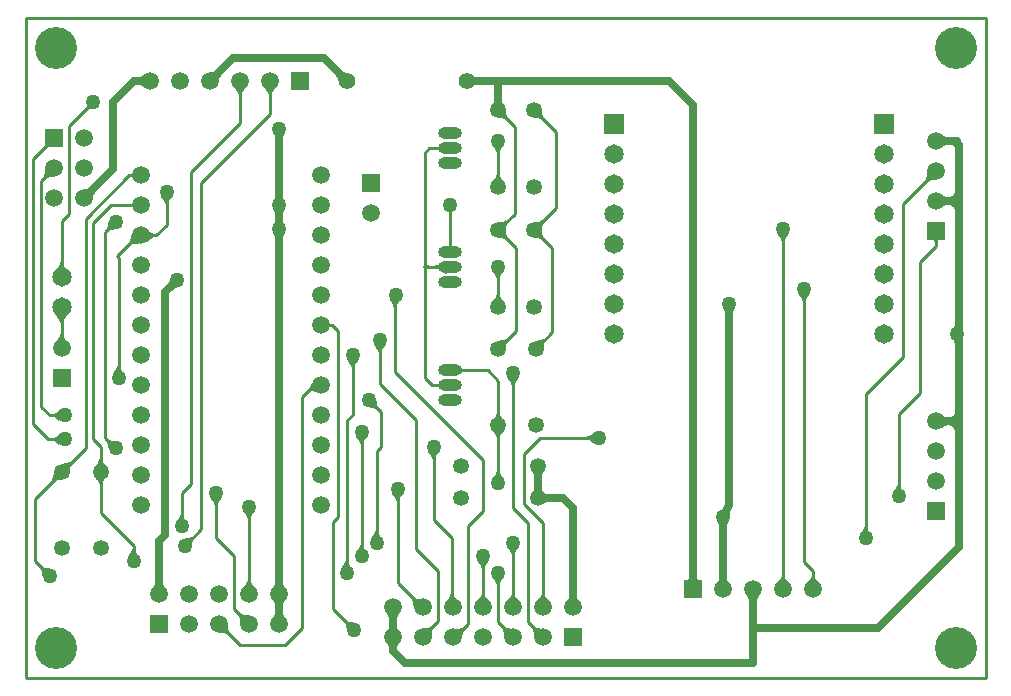
<source format=gbl>
G04 Layer_Physical_Order=2*
G04 Layer_Color=16711680*
%FSLAX25Y25*%
%MOIN*%
G70*
G01*
G75*
%ADD10C,0.01000*%
%ADD11C,0.02500*%
%ADD12R,0.05906X0.05906*%
%ADD13C,0.05906*%
%ADD14O,0.07874X0.03937*%
%ADD15O,0.07874X0.03937*%
%ADD16C,0.05906*%
%ADD17R,0.05906X0.05906*%
%ADD18C,0.06500*%
%ADD19R,0.06500X0.06500*%
%ADD20C,0.14000*%
%ADD21C,0.05315*%
%ADD22C,0.05512*%
%ADD23C,0.06496*%
%ADD24C,0.05000*%
G36*
X335257Y156219D02*
X335141Y155976D01*
X334961Y155526D01*
X334896Y155318D01*
X334848Y155122D01*
X334817Y154937D01*
X334803Y154764D01*
X334806Y154602D01*
X334827Y154452D01*
X334864Y154314D01*
X331733Y155879D01*
X331866Y155933D01*
X331998Y156007D01*
X332129Y156101D01*
X332259Y156216D01*
X332388Y156351D01*
X332517Y156507D01*
X332644Y156684D01*
X332771Y156881D01*
X333021Y157337D01*
X335257Y156219D01*
D02*
G37*
G36*
X176013Y154973D02*
X175612Y154505D01*
X175450Y154280D01*
X175312Y154061D01*
X175200Y153847D01*
X175112Y153640D01*
X175050Y153437D01*
X175013Y153241D01*
X175000Y153050D01*
X174000D01*
X173987Y153241D01*
X173950Y153437D01*
X173888Y153640D01*
X173800Y153847D01*
X173688Y154061D01*
X173550Y154280D01*
X173388Y154505D01*
X173200Y154736D01*
X172750Y155215D01*
X176250D01*
X176013Y154973D01*
D02*
G37*
G36*
X152513Y154259D02*
X152550Y154062D01*
X152612Y153860D01*
X152700Y153653D01*
X152813Y153439D01*
X152950Y153220D01*
X153112Y152995D01*
X153300Y152764D01*
X153750Y152285D01*
X150250D01*
X150487Y152527D01*
X150888Y152995D01*
X151050Y153220D01*
X151188Y153439D01*
X151300Y153653D01*
X151388Y153860D01*
X151450Y154062D01*
X151488Y154259D01*
X151500Y154449D01*
X152500D01*
X152513Y154259D01*
D02*
G37*
G36*
X165013Y159473D02*
X164612Y159005D01*
X164450Y158780D01*
X164313Y158561D01*
X164200Y158347D01*
X164112Y158140D01*
X164050Y157938D01*
X164013Y157741D01*
X164000Y157551D01*
X163000D01*
X162987Y157741D01*
X162950Y157938D01*
X162888Y158140D01*
X162800Y158347D01*
X162688Y158561D01*
X162550Y158780D01*
X162388Y159005D01*
X162200Y159236D01*
X161750Y159715D01*
X165250D01*
X165013Y159473D01*
D02*
G37*
G36*
X272051Y163659D02*
X272100Y163149D01*
X272143Y162920D01*
X272198Y162707D01*
X272265Y162512D01*
X272344Y162333D01*
X272436Y162171D01*
X272540Y162026D01*
X272656Y161898D01*
X268935D01*
X269051Y162026D01*
X269155Y162171D01*
X269246Y162333D01*
X269326Y162512D01*
X269393Y162707D01*
X269448Y162920D01*
X269490Y163149D01*
X269521Y163396D01*
X269539Y163659D01*
X269545Y163940D01*
X272045D01*
X272051Y163659D01*
D02*
G37*
G36*
X225513Y160972D02*
X225113Y160505D01*
X224950Y160280D01*
X224813Y160061D01*
X224700Y159847D01*
X224612Y159640D01*
X224550Y159438D01*
X224513Y159241D01*
X224500Y159051D01*
X223500D01*
X223487Y159241D01*
X223450Y159438D01*
X223388Y159640D01*
X223300Y159847D01*
X223187Y160061D01*
X223050Y160280D01*
X222887Y160505D01*
X222700Y160736D01*
X222250Y161215D01*
X225750D01*
X225513Y160972D01*
D02*
G37*
G36*
X272821Y161744D02*
X272966Y161641D01*
X273128Y161549D01*
X273307Y161470D01*
X273503Y161403D01*
X273715Y161348D01*
X273945Y161305D01*
X274191Y161274D01*
X274455Y161256D01*
X274735Y161250D01*
Y158750D01*
X274455Y158744D01*
X273945Y158695D01*
X273715Y158652D01*
X273503Y158597D01*
X273307Y158530D01*
X273128Y158451D01*
X272966Y158359D01*
X272821Y158256D01*
X272693Y158140D01*
Y161860D01*
X272821Y161744D01*
D02*
G37*
G36*
X212512Y144259D02*
X212550Y144062D01*
X212613Y143860D01*
X212700Y143653D01*
X212812Y143439D01*
X212950Y143220D01*
X213112Y142995D01*
X213300Y142764D01*
X213750Y142285D01*
X210250D01*
X210488Y142527D01*
X210888Y142995D01*
X211050Y143220D01*
X211188Y143439D01*
X211300Y143653D01*
X211387Y143860D01*
X211450Y144062D01*
X211488Y144259D01*
X211500Y144449D01*
X212500D01*
X212512Y144259D01*
D02*
G37*
G36*
X264013Y142973D02*
X263613Y142505D01*
X263450Y142280D01*
X263313Y142061D01*
X263200Y141847D01*
X263112Y141640D01*
X263050Y141437D01*
X263013Y141241D01*
X263000Y141051D01*
X262000D01*
X261987Y141241D01*
X261950Y141437D01*
X261888Y141640D01*
X261800Y141847D01*
X261687Y142061D01*
X261550Y142280D01*
X261387Y142505D01*
X261200Y142736D01*
X260750Y143215D01*
X264250D01*
X264013Y142973D01*
D02*
G37*
G36*
X136512Y142759D02*
X136550Y142562D01*
X136612Y142360D01*
X136700Y142153D01*
X136812Y141939D01*
X136950Y141720D01*
X137112Y141495D01*
X137300Y141264D01*
X137750Y140785D01*
X134250D01*
X134487Y141027D01*
X134888Y141495D01*
X135050Y141720D01*
X135187Y141939D01*
X135300Y142153D01*
X135388Y142360D01*
X135450Y142562D01*
X135487Y142759D01*
X135500Y142949D01*
X136500D01*
X136512Y142759D01*
D02*
G37*
G36*
X156146Y146439D02*
X156020Y146295D01*
X155908Y146130D01*
X155809Y145943D01*
X155724Y145734D01*
X155653Y145504D01*
X155595Y145251D01*
X155551Y144977D01*
X155520Y144682D01*
X155500Y144025D01*
X153025Y146500D01*
X153364Y146503D01*
X153977Y146551D01*
X154251Y146595D01*
X154504Y146653D01*
X154734Y146724D01*
X154943Y146809D01*
X155130Y146908D01*
X155296Y147020D01*
X155439Y147146D01*
X156146Y146439D01*
D02*
G37*
G36*
X334155Y151608D02*
X334070Y151483D01*
X333995Y151340D01*
X333930Y151179D01*
X333875Y151000D01*
X333830Y150803D01*
X333795Y150588D01*
X333770Y150355D01*
X333750Y149835D01*
X331250D01*
X331245Y150104D01*
X331205Y150588D01*
X331170Y150803D01*
X331125Y151000D01*
X331070Y151179D01*
X331005Y151340D01*
X330930Y151483D01*
X330845Y151608D01*
X330750Y151715D01*
X334250D01*
X334155Y151608D01*
D02*
G37*
G36*
X380512Y150259D02*
X380550Y150063D01*
X380612Y149860D01*
X380700Y149653D01*
X380813Y149439D01*
X380950Y149220D01*
X381113Y148995D01*
X381300Y148764D01*
X381750Y148285D01*
X378250D01*
X378487Y148528D01*
X378888Y148995D01*
X379050Y149220D01*
X379187Y149439D01*
X379300Y149653D01*
X379387Y149860D01*
X379450Y150063D01*
X379487Y150259D01*
X379500Y150450D01*
X380500D01*
X380512Y150259D01*
D02*
G37*
G36*
X217512Y148759D02*
X217550Y148563D01*
X217613Y148360D01*
X217700Y148153D01*
X217812Y147939D01*
X217950Y147720D01*
X218112Y147495D01*
X218300Y147264D01*
X218750Y146785D01*
X215250D01*
X215488Y147028D01*
X215887Y147495D01*
X216050Y147720D01*
X216188Y147939D01*
X216300Y148153D01*
X216388Y148360D01*
X216450Y148563D01*
X216488Y148759D01*
X216500Y148950D01*
X217500D01*
X217512Y148759D01*
D02*
G37*
G36*
X391512Y164259D02*
X391550Y164062D01*
X391613Y163860D01*
X391700Y163653D01*
X391812Y163439D01*
X391950Y163220D01*
X392112Y162995D01*
X392300Y162764D01*
X392750Y162285D01*
X389250D01*
X389488Y162528D01*
X389887Y162995D01*
X390050Y163220D01*
X390188Y163439D01*
X390300Y163653D01*
X390388Y163860D01*
X390450Y164062D01*
X390488Y164259D01*
X390500Y164450D01*
X391500D01*
X391512Y164259D01*
D02*
G37*
G36*
X213512Y179973D02*
X213112Y179505D01*
X212950Y179280D01*
X212812Y179061D01*
X212700Y178847D01*
X212613Y178640D01*
X212550Y178437D01*
X212512Y178241D01*
X212500Y178050D01*
X211500D01*
X211488Y178241D01*
X211450Y178437D01*
X211387Y178640D01*
X211300Y178847D01*
X211188Y179061D01*
X211050Y179280D01*
X210888Y179505D01*
X210700Y179736D01*
X210250Y180215D01*
X213750D01*
X213512Y179973D01*
D02*
G37*
G36*
X111215Y177750D02*
X110972Y177988D01*
X110505Y178387D01*
X110280Y178550D01*
X110061Y178688D01*
X109847Y178800D01*
X109640Y178887D01*
X109438Y178950D01*
X109241Y178988D01*
X109051Y179000D01*
Y180000D01*
X109241Y180013D01*
X109438Y180050D01*
X109640Y180113D01*
X109847Y180200D01*
X110061Y180313D01*
X110280Y180450D01*
X110505Y180613D01*
X110736Y180800D01*
X111215Y181250D01*
Y177750D01*
D02*
G37*
G36*
X127705Y179520D02*
X127870Y179408D01*
X128057Y179309D01*
X128266Y179224D01*
X128496Y179153D01*
X128749Y179095D01*
X129023Y179051D01*
X129318Y179020D01*
X129975Y179000D01*
X127500Y176525D01*
X127497Y176864D01*
X127449Y177477D01*
X127405Y177751D01*
X127347Y178004D01*
X127276Y178234D01*
X127191Y178443D01*
X127092Y178630D01*
X126980Y178796D01*
X126854Y178939D01*
X127561Y179646D01*
X127705Y179520D01*
D02*
G37*
G36*
X289215Y178250D02*
X288972Y178488D01*
X288505Y178887D01*
X288280Y179050D01*
X288061Y179188D01*
X287847Y179300D01*
X287640Y179387D01*
X287438Y179450D01*
X287241Y179488D01*
X287051Y179500D01*
Y180500D01*
X287241Y180512D01*
X287438Y180550D01*
X287640Y180613D01*
X287847Y180700D01*
X288061Y180813D01*
X288280Y180950D01*
X288505Y181113D01*
X288736Y181300D01*
X289215Y181750D01*
Y178250D01*
D02*
G37*
G36*
X258014Y188211D02*
X258054Y188005D01*
X258122Y187793D01*
X258218Y187573D01*
X258340Y187346D01*
X258490Y187112D01*
X258666Y186870D01*
X258871Y186621D01*
X259360Y186102D01*
X255640D01*
X255898Y186366D01*
X256333Y186870D01*
X256510Y187112D01*
X256660Y187346D01*
X256782Y187573D01*
X256878Y187793D01*
X256946Y188005D01*
X256986Y188211D01*
X257000Y188409D01*
X258000D01*
X258014Y188211D01*
D02*
G37*
G36*
X111215Y185750D02*
X110972Y185987D01*
X110505Y186388D01*
X110280Y186550D01*
X110061Y186688D01*
X109847Y186800D01*
X109640Y186888D01*
X109438Y186950D01*
X109241Y186987D01*
X109051Y187000D01*
Y188000D01*
X109241Y188013D01*
X109438Y188050D01*
X109640Y188112D01*
X109847Y188200D01*
X110061Y188312D01*
X110280Y188450D01*
X110505Y188612D01*
X110736Y188800D01*
X111215Y189250D01*
Y185750D01*
D02*
G37*
G36*
X259102Y182044D02*
X258666Y181539D01*
X258490Y181298D01*
X258340Y181064D01*
X258218Y180836D01*
X258122Y180617D01*
X258054Y180404D01*
X258014Y180199D01*
X258000Y180000D01*
X257000D01*
X256986Y180199D01*
X256946Y180404D01*
X256878Y180617D01*
X256782Y180836D01*
X256660Y181064D01*
X256510Y181298D01*
X256333Y181539D01*
X256129Y181788D01*
X255640Y182307D01*
X259360D01*
X259102Y182044D01*
D02*
G37*
G36*
X272540Y168474D02*
X272436Y168329D01*
X272344Y168167D01*
X272265Y167988D01*
X272198Y167793D01*
X272143Y167580D01*
X272100Y167350D01*
X272070Y167104D01*
X272051Y166841D01*
X272045Y166560D01*
X269545D01*
X269539Y166841D01*
X269490Y167350D01*
X269448Y167580D01*
X269393Y167793D01*
X269326Y167988D01*
X269246Y168167D01*
X269155Y168329D01*
X269051Y168474D01*
X268935Y168602D01*
X272656D01*
X272540Y168474D01*
D02*
G37*
G36*
X111973Y166138D02*
X111605Y166135D01*
X110940Y166086D01*
X110644Y166040D01*
X110373Y165980D01*
X110126Y165906D01*
X109903Y165818D01*
X109704Y165716D01*
X109530Y165599D01*
X109380Y165469D01*
X108673Y166176D01*
X108804Y166326D01*
X108920Y166500D01*
X109023Y166698D01*
X109111Y166921D01*
X109185Y167168D01*
X109245Y167440D01*
X109290Y167735D01*
X109322Y168055D01*
X109343Y168769D01*
X111973Y166138D01*
D02*
G37*
G36*
X126602Y166634D02*
X126166Y166130D01*
X125990Y165888D01*
X125840Y165654D01*
X125718Y165427D01*
X125622Y165207D01*
X125554Y164995D01*
X125514Y164789D01*
X125500Y164591D01*
X124500D01*
X124486Y164789D01*
X124446Y164995D01*
X124378Y165207D01*
X124282Y165427D01*
X124160Y165654D01*
X124010Y165888D01*
X123834Y166130D01*
X123629Y166378D01*
X123140Y166897D01*
X126860D01*
X126602Y166634D01*
D02*
G37*
G36*
X258013Y168759D02*
X258050Y168562D01*
X258113Y168360D01*
X258200Y168153D01*
X258313Y167939D01*
X258450Y167720D01*
X258612Y167495D01*
X258800Y167264D01*
X259250Y166785D01*
X255750D01*
X255988Y167027D01*
X256387Y167495D01*
X256550Y167720D01*
X256687Y167939D01*
X256800Y168153D01*
X256888Y168360D01*
X256950Y168562D01*
X256988Y168759D01*
X257000Y168949D01*
X258000D01*
X258013Y168759D01*
D02*
G37*
G36*
X237512Y174972D02*
X237112Y174505D01*
X236950Y174280D01*
X236812Y174061D01*
X236700Y173847D01*
X236613Y173640D01*
X236550Y173438D01*
X236512Y173241D01*
X236500Y173050D01*
X235500D01*
X235488Y173241D01*
X235450Y173438D01*
X235387Y173640D01*
X235300Y173847D01*
X235188Y174061D01*
X235050Y174280D01*
X234888Y174505D01*
X234700Y174736D01*
X234250Y175215D01*
X237750D01*
X237512Y174972D01*
D02*
G37*
G36*
X125514Y172801D02*
X125554Y172596D01*
X125622Y172383D01*
X125718Y172163D01*
X125840Y171936D01*
X125990Y171702D01*
X126166Y171461D01*
X126371Y171212D01*
X126860Y170693D01*
X123140D01*
X123398Y170956D01*
X123834Y171461D01*
X124010Y171702D01*
X124160Y171936D01*
X124282Y172163D01*
X124378Y172383D01*
X124446Y172596D01*
X124486Y172801D01*
X124500Y173000D01*
X125500D01*
X125514Y172801D01*
D02*
G37*
G36*
X115327Y171415D02*
X115196Y171265D01*
X115080Y171091D01*
X114977Y170892D01*
X114889Y170669D01*
X114815Y170422D01*
X114755Y170151D01*
X114710Y169855D01*
X114678Y169535D01*
X114657Y168822D01*
X112027Y171453D01*
X112395Y171456D01*
X113060Y171505D01*
X113356Y171551D01*
X113627Y171610D01*
X113874Y171684D01*
X114097Y171773D01*
X114295Y171875D01*
X114470Y171991D01*
X114620Y172122D01*
X115327Y171415D01*
D02*
G37*
G36*
X207512Y138759D02*
X207550Y138563D01*
X207612Y138360D01*
X207700Y138153D01*
X207812Y137939D01*
X207950Y137720D01*
X208113Y137495D01*
X208300Y137264D01*
X208750Y136785D01*
X205250D01*
X205487Y137028D01*
X205888Y137495D01*
X206050Y137720D01*
X206188Y137939D01*
X206300Y138153D01*
X206387Y138360D01*
X206450Y138563D01*
X206487Y138759D01*
X206500Y138950D01*
X207500D01*
X207512Y138759D01*
D02*
G37*
G36*
X224412Y121224D02*
X224273Y121042D01*
X224150Y120845D01*
X224044Y120633D01*
X223954Y120406D01*
X223881Y120165D01*
X223823Y119909D01*
X223783Y119639D01*
X223758Y119353D01*
X223750Y119053D01*
X221250D01*
X221242Y119353D01*
X221217Y119639D01*
X221177Y119909D01*
X221119Y120165D01*
X221046Y120406D01*
X220956Y120633D01*
X220850Y120845D01*
X220727Y121042D01*
X220588Y121224D01*
X220433Y121391D01*
X224567D01*
X224412Y121224D01*
D02*
G37*
G36*
X171704Y121525D02*
X171895Y121401D01*
X172115Y121292D01*
X172363Y121198D01*
X172642Y121119D01*
X172949Y121056D01*
X173285Y121007D01*
X174046Y120956D01*
X174470Y120953D01*
X171547Y118029D01*
X171544Y118454D01*
X171493Y119214D01*
X171444Y119551D01*
X171380Y119858D01*
X171302Y120136D01*
X171208Y120386D01*
X171099Y120605D01*
X170975Y120796D01*
X170836Y120957D01*
X171543Y121664D01*
X171704Y121525D01*
D02*
G37*
G36*
X246355Y116148D02*
X246226Y115998D01*
X246105Y115816D01*
X245993Y115601D01*
X245888Y115353D01*
X245792Y115072D01*
X245704Y114759D01*
X245553Y114033D01*
X245490Y113621D01*
X245435Y113176D01*
X242883Y116428D01*
X243284Y116384D01*
X244008Y116360D01*
X244332Y116380D01*
X244630Y116421D01*
X244902Y116483D01*
X245148Y116566D01*
X245370Y116670D01*
X245565Y116795D01*
X245735Y116942D01*
X246355Y116148D01*
D02*
G37*
G36*
X185758Y122147D02*
X185783Y121861D01*
X185824Y121591D01*
X185881Y121335D01*
X185954Y121094D01*
X186044Y120867D01*
X186150Y120655D01*
X186273Y120458D01*
X186412Y120276D01*
X186567Y120109D01*
X182433D01*
X182588Y120276D01*
X182727Y120458D01*
X182850Y120655D01*
X182956Y120867D01*
X183046Y121094D01*
X183119Y121335D01*
X183177Y121591D01*
X183217Y121861D01*
X183242Y122147D01*
X183250Y122447D01*
X185750D01*
X185758Y122147D01*
D02*
G37*
G36*
X344412Y127224D02*
X344273Y127042D01*
X344150Y126845D01*
X344044Y126633D01*
X343954Y126406D01*
X343881Y126165D01*
X343824Y125909D01*
X343783Y125639D01*
X343758Y125353D01*
X343750Y125053D01*
X341250D01*
X341242Y125353D01*
X341217Y125639D01*
X341177Y125909D01*
X341119Y126165D01*
X341046Y126406D01*
X340956Y126633D01*
X340850Y126845D01*
X340727Y127042D01*
X340588Y127224D01*
X340433Y127391D01*
X344567D01*
X344412Y127224D01*
D02*
G37*
G36*
X186412Y125724D02*
X186273Y125542D01*
X186150Y125345D01*
X186044Y125133D01*
X185954Y124906D01*
X185881Y124665D01*
X185824Y124409D01*
X185783Y124139D01*
X185758Y123853D01*
X185750Y123553D01*
X183250D01*
X183242Y123853D01*
X183217Y124139D01*
X183177Y124409D01*
X183119Y124665D01*
X183046Y124906D01*
X182956Y125133D01*
X182850Y125345D01*
X182727Y125542D01*
X182588Y125724D01*
X182433Y125891D01*
X186567D01*
X186412Y125724D01*
D02*
G37*
G36*
X229435Y126795D02*
X229630Y126670D01*
X229852Y126566D01*
X230098Y126483D01*
X230370Y126421D01*
X230668Y126380D01*
X230992Y126360D01*
X231342Y126362D01*
X231716Y126384D01*
X232117Y126428D01*
X229565Y123176D01*
X229510Y123621D01*
X229296Y124759D01*
X229208Y125072D01*
X229112Y125353D01*
X229007Y125601D01*
X228895Y125816D01*
X228774Y125998D01*
X228645Y126148D01*
X229265Y126942D01*
X229435Y126795D01*
D02*
G37*
G36*
X269704Y117025D02*
X269895Y116901D01*
X270114Y116792D01*
X270363Y116698D01*
X270642Y116620D01*
X270949Y116556D01*
X271286Y116507D01*
X272046Y116456D01*
X272470Y116453D01*
X269547Y113530D01*
X269544Y113954D01*
X269493Y114715D01*
X269444Y115051D01*
X269380Y115358D01*
X269302Y115637D01*
X269208Y115885D01*
X269099Y116105D01*
X268975Y116296D01*
X268836Y116457D01*
X269543Y117164D01*
X269704Y117025D01*
D02*
G37*
G36*
X259704D02*
X259895Y116901D01*
X260115Y116792D01*
X260364Y116698D01*
X260642Y116620D01*
X260949Y116556D01*
X261285Y116507D01*
X262046Y116456D01*
X262471Y116453D01*
X259547Y113530D01*
X259544Y113954D01*
X259493Y114715D01*
X259444Y115051D01*
X259381Y115358D01*
X259302Y115637D01*
X259208Y115885D01*
X259099Y116105D01*
X258975Y116296D01*
X258836Y116457D01*
X259543Y117164D01*
X259704Y117025D01*
D02*
G37*
G36*
X224200Y111065D02*
X224105Y110942D01*
X224022Y110793D01*
X223950Y110620D01*
X223889Y110421D01*
X223839Y110198D01*
X223800Y109949D01*
X223772Y109676D01*
X223750Y109053D01*
X221250D01*
X221245Y109377D01*
X221200Y109949D01*
X221161Y110198D01*
X221111Y110421D01*
X221050Y110620D01*
X220978Y110793D01*
X220895Y110942D01*
X220800Y111065D01*
X220695Y111163D01*
X224305D01*
X224200Y111065D01*
D02*
G37*
G36*
X235942Y116735D02*
X235795Y116565D01*
X235670Y116369D01*
X235566Y116148D01*
X235483Y115902D01*
X235421Y115629D01*
X235380Y115331D01*
X235361Y115008D01*
X235362Y114658D01*
X235384Y114284D01*
X235428Y113883D01*
X232176Y116435D01*
X232621Y116490D01*
X233759Y116704D01*
X234072Y116792D01*
X234353Y116888D01*
X234601Y116993D01*
X234816Y117105D01*
X234998Y117226D01*
X235148Y117355D01*
X235942Y116735D01*
D02*
G37*
G36*
X207205Y119020D02*
X207370Y118908D01*
X207557Y118809D01*
X207766Y118724D01*
X207996Y118653D01*
X208249Y118595D01*
X208523Y118551D01*
X208818Y118520D01*
X209475Y118500D01*
X207000Y116025D01*
X206997Y116364D01*
X206949Y116977D01*
X206905Y117251D01*
X206847Y117504D01*
X206776Y117734D01*
X206691Y117943D01*
X206592Y118130D01*
X206480Y118296D01*
X206354Y118439D01*
X207061Y119146D01*
X207205Y119020D01*
D02*
G37*
G36*
X223758Y117647D02*
X223783Y117361D01*
X223823Y117091D01*
X223881Y116835D01*
X223954Y116594D01*
X224044Y116367D01*
X224150Y116155D01*
X224273Y115958D01*
X224412Y115776D01*
X224567Y115609D01*
X220433D01*
X220588Y115776D01*
X220727Y115958D01*
X220850Y116155D01*
X220956Y116367D01*
X221046Y116594D01*
X221119Y116835D01*
X221177Y117091D01*
X221217Y117361D01*
X221242Y117647D01*
X221250Y117947D01*
X223750D01*
X223758Y117647D01*
D02*
G37*
G36*
X167456Y117546D02*
X167507Y116786D01*
X167556Y116449D01*
X167620Y116142D01*
X167698Y115864D01*
X167792Y115614D01*
X167901Y115395D01*
X168025Y115204D01*
X168164Y115043D01*
X167457Y114336D01*
X167296Y114475D01*
X167105Y114599D01*
X166885Y114708D01*
X166637Y114802D01*
X166358Y114881D01*
X166051Y114944D01*
X165715Y114993D01*
X164954Y115044D01*
X164530Y115047D01*
X167453Y117971D01*
X167456Y117546D01*
D02*
G37*
G36*
X242517Y127997D02*
X242567Y127770D01*
X242651Y127541D01*
X242769Y127313D01*
X242920Y127083D01*
X243105Y126854D01*
X243323Y126623D01*
X243575Y126392D01*
X243861Y126160D01*
X244180Y125928D01*
X240106Y125228D01*
X240371Y125604D01*
X240998Y126607D01*
X241151Y126899D01*
X241374Y127422D01*
X241444Y127652D01*
X241486Y127861D01*
X241500Y128050D01*
X242500Y128224D01*
X242517Y127997D01*
D02*
G37*
G36*
X353016Y133969D02*
X353063Y133747D01*
X353141Y133515D01*
X353251Y133272D01*
X353392Y133020D01*
X353564Y132758D01*
X353768Y132485D01*
X354269Y131911D01*
X354567Y131609D01*
X350433D01*
X350731Y131911D01*
X351232Y132485D01*
X351436Y132758D01*
X351608Y133020D01*
X351749Y133272D01*
X351859Y133515D01*
X351937Y133747D01*
X351984Y133969D01*
X352000Y134182D01*
X353000D01*
X353016Y133969D01*
D02*
G37*
G36*
X333758Y133647D02*
X333783Y133361D01*
X333823Y133091D01*
X333881Y132835D01*
X333954Y132594D01*
X334044Y132367D01*
X334150Y132155D01*
X334273Y131958D01*
X334412Y131776D01*
X334567Y131609D01*
X330433D01*
X330588Y131776D01*
X330727Y131958D01*
X330850Y132155D01*
X330956Y132367D01*
X331046Y132594D01*
X331119Y132835D01*
X331176Y133091D01*
X331217Y133361D01*
X331242Y133647D01*
X331250Y133947D01*
X333750D01*
X333758Y133647D01*
D02*
G37*
G36*
X259013Y132973D02*
X258612Y132505D01*
X258450Y132280D01*
X258313Y132061D01*
X258200Y131847D01*
X258113Y131640D01*
X258050Y131438D01*
X258013Y131241D01*
X258000Y131051D01*
X257000D01*
X256988Y131241D01*
X256950Y131438D01*
X256888Y131640D01*
X256800Y131847D01*
X256687Y132061D01*
X256550Y132280D01*
X256387Y132505D01*
X256200Y132736D01*
X255750Y133215D01*
X259250D01*
X259013Y132973D01*
D02*
G37*
G36*
X363016Y133969D02*
X363063Y133747D01*
X363141Y133515D01*
X363251Y133272D01*
X363392Y133020D01*
X363564Y132758D01*
X363768Y132485D01*
X364269Y131911D01*
X364567Y131609D01*
X360433D01*
X360731Y131911D01*
X361232Y132485D01*
X361436Y132758D01*
X361608Y133020D01*
X361749Y133272D01*
X361859Y133515D01*
X361937Y133747D01*
X361984Y133969D01*
X362000Y134182D01*
X363000D01*
X363016Y133969D01*
D02*
G37*
G36*
X254012Y138472D02*
X253612Y138005D01*
X253450Y137780D01*
X253312Y137561D01*
X253200Y137347D01*
X253113Y137140D01*
X253050Y136937D01*
X253012Y136741D01*
X253000Y136550D01*
X252000D01*
X251988Y136741D01*
X251950Y136937D01*
X251887Y137140D01*
X251800Y137347D01*
X251688Y137561D01*
X251550Y137780D01*
X251388Y138005D01*
X251200Y138236D01*
X250750Y138715D01*
X254250D01*
X254012Y138472D01*
D02*
G37*
G36*
X105704Y137020D02*
X105870Y136908D01*
X106057Y136809D01*
X106266Y136724D01*
X106496Y136653D01*
X106749Y136595D01*
X107023Y136551D01*
X107318Y136520D01*
X107975Y136500D01*
X105500Y134025D01*
X105497Y134364D01*
X105449Y134977D01*
X105405Y135251D01*
X105347Y135504D01*
X105276Y135734D01*
X105191Y135943D01*
X105092Y136130D01*
X104980Y136295D01*
X104854Y136439D01*
X105561Y137146D01*
X105704Y137020D01*
D02*
G37*
G36*
X323762Y134464D02*
X323800Y134036D01*
X323863Y133660D01*
X323950Y133333D01*
X324062Y133057D01*
X324200Y132831D01*
X324362Y132655D01*
X324550Y132529D01*
X324763Y132454D01*
X325000Y132429D01*
X320000D01*
X320237Y132454D01*
X320450Y132529D01*
X320637Y132655D01*
X320800Y132831D01*
X320937Y133057D01*
X321050Y133333D01*
X321137Y133660D01*
X321200Y134036D01*
X321237Y134464D01*
X321250Y134941D01*
X323750D01*
X323762Y134464D01*
D02*
G37*
G36*
X273016Y127969D02*
X273063Y127747D01*
X273141Y127515D01*
X273251Y127272D01*
X273392Y127020D01*
X273564Y126758D01*
X273768Y126485D01*
X274269Y125911D01*
X274567Y125609D01*
X270433D01*
X270731Y125911D01*
X271232Y126485D01*
X271436Y126758D01*
X271608Y127020D01*
X271749Y127272D01*
X271859Y127515D01*
X271937Y127747D01*
X271984Y127969D01*
X272000Y128182D01*
X273000D01*
X273016Y127969D01*
D02*
G37*
G36*
X263016D02*
X263063Y127747D01*
X263141Y127515D01*
X263251Y127272D01*
X263392Y127020D01*
X263564Y126758D01*
X263768Y126485D01*
X264269Y125911D01*
X264567Y125609D01*
X260433D01*
X260731Y125911D01*
X261232Y126485D01*
X261436Y126758D01*
X261608Y127020D01*
X261749Y127272D01*
X261859Y127515D01*
X261937Y127747D01*
X261984Y127969D01*
X262000Y128182D01*
X263000D01*
X263016Y127969D01*
D02*
G37*
G36*
X253016D02*
X253063Y127747D01*
X253141Y127515D01*
X253251Y127272D01*
X253392Y127020D01*
X253564Y126758D01*
X253768Y126485D01*
X254269Y125911D01*
X254567Y125609D01*
X250433D01*
X250731Y125911D01*
X251232Y126485D01*
X251436Y126758D01*
X251608Y127020D01*
X251749Y127272D01*
X251859Y127515D01*
X251937Y127747D01*
X251984Y127969D01*
X252000Y128182D01*
X253000D01*
X253016Y127969D01*
D02*
G37*
G36*
X283758Y127647D02*
X283783Y127361D01*
X283823Y127091D01*
X283881Y126835D01*
X283954Y126594D01*
X284044Y126367D01*
X284150Y126155D01*
X284273Y125958D01*
X284412Y125776D01*
X284567Y125609D01*
X280433D01*
X280588Y125776D01*
X280727Y125958D01*
X280850Y126155D01*
X280956Y126367D01*
X281046Y126594D01*
X281119Y126835D01*
X281176Y127091D01*
X281217Y127361D01*
X281242Y127647D01*
X281250Y127947D01*
X283750D01*
X283758Y127647D01*
D02*
G37*
G36*
X185758Y132147D02*
X185783Y131861D01*
X185824Y131591D01*
X185881Y131335D01*
X185954Y131094D01*
X186044Y130867D01*
X186150Y130655D01*
X186273Y130458D01*
X186412Y130276D01*
X186567Y130109D01*
X182433D01*
X182588Y130276D01*
X182727Y130458D01*
X182850Y130655D01*
X182956Y130867D01*
X183046Y131094D01*
X183119Y131335D01*
X183177Y131591D01*
X183217Y131861D01*
X183242Y132147D01*
X183250Y132447D01*
X185750D01*
X185758Y132147D01*
D02*
G37*
G36*
X175016Y132469D02*
X175063Y132247D01*
X175141Y132015D01*
X175251Y131772D01*
X175392Y131520D01*
X175564Y131258D01*
X175768Y130985D01*
X176269Y130411D01*
X176567Y130109D01*
X172433D01*
X172731Y130411D01*
X173232Y130985D01*
X173436Y131258D01*
X173608Y131520D01*
X173749Y131772D01*
X173859Y132015D01*
X173937Y132247D01*
X173984Y132469D01*
X174000Y132682D01*
X175000D01*
X175016Y132469D01*
D02*
G37*
G36*
X145758Y132147D02*
X145783Y131861D01*
X145824Y131591D01*
X145881Y131335D01*
X145954Y131094D01*
X146044Y130867D01*
X146150Y130655D01*
X146273Y130458D01*
X146412Y130276D01*
X146567Y130109D01*
X142433D01*
X142588Y130276D01*
X142727Y130458D01*
X142850Y130655D01*
X142956Y130867D01*
X143046Y131094D01*
X143119Y131335D01*
X143176Y131591D01*
X143217Y131861D01*
X143242Y132147D01*
X143250Y132447D01*
X145750D01*
X145758Y132147D01*
D02*
G37*
G36*
X123528Y262261D02*
X123322Y262042D01*
X123137Y261823D01*
X122975Y261603D01*
X122834Y261382D01*
X122716Y261159D01*
X122619Y260935D01*
X122545Y260711D01*
X122492Y260485D01*
X122461Y260258D01*
X122453Y260030D01*
X119529Y262953D01*
X119758Y262961D01*
X119985Y262992D01*
X120211Y263045D01*
X120436Y263119D01*
X120659Y263216D01*
X120882Y263334D01*
X121103Y263475D01*
X121323Y263637D01*
X121543Y263822D01*
X121760Y264028D01*
X123528Y262261D01*
D02*
G37*
G36*
X185755Y260896D02*
X185795Y260412D01*
X185830Y260197D01*
X185875Y260000D01*
X185930Y259821D01*
X185995Y259660D01*
X186070Y259517D01*
X186155Y259392D01*
X186250Y259285D01*
X182750D01*
X182845Y259392D01*
X182930Y259517D01*
X183005Y259660D01*
X183070Y259821D01*
X183125Y260000D01*
X183170Y260197D01*
X183205Y260412D01*
X183230Y260645D01*
X183250Y261165D01*
X185750D01*
X185755Y260896D01*
D02*
G37*
G36*
X148512Y259973D02*
X148112Y259505D01*
X147950Y259280D01*
X147812Y259061D01*
X147700Y258847D01*
X147613Y258640D01*
X147550Y258437D01*
X147512Y258241D01*
X147500Y258050D01*
X146500D01*
X146487Y258241D01*
X146450Y258437D01*
X146388Y258640D01*
X146300Y258847D01*
X146187Y259061D01*
X146050Y259280D01*
X145887Y259505D01*
X145700Y259736D01*
X145250Y260215D01*
X148750D01*
X148512Y259973D01*
D02*
G37*
G36*
X412250Y259000D02*
X409750Y255250D01*
X409725Y255725D01*
X409650Y256150D01*
X409525Y256525D01*
X409350Y256850D01*
X409125Y257125D01*
X408850Y257350D01*
X408525Y257525D01*
X408150Y257650D01*
X407725Y257725D01*
X407555Y257734D01*
X407361Y257717D01*
X407091Y257677D01*
X406835Y257619D01*
X406594Y257546D01*
X406367Y257456D01*
X406155Y257350D01*
X405958Y257227D01*
X405776Y257088D01*
X405609Y256933D01*
Y261067D01*
X405776Y260912D01*
X405958Y260773D01*
X406155Y260650D01*
X406367Y260544D01*
X406594Y260454D01*
X406835Y260381D01*
X407091Y260324D01*
X407361Y260283D01*
X407555Y260266D01*
X407725Y260275D01*
X408150Y260350D01*
X408525Y260475D01*
X408850Y260650D01*
X409125Y260875D01*
X409350Y261150D01*
X409525Y261475D01*
X409650Y261850D01*
X409725Y262275D01*
X409750Y262750D01*
X412250Y259000D01*
D02*
G37*
G36*
X135812Y266278D02*
X135740Y266415D01*
X135654Y266538D01*
X135556Y266646D01*
X135444Y266740D01*
X135320Y266820D01*
X135182Y266884D01*
X135031Y266935D01*
X134867Y266971D01*
X134690Y266993D01*
X134500Y267000D01*
Y268000D01*
X134690Y268007D01*
X134867Y268029D01*
X135031Y268065D01*
X135182Y268115D01*
X135320Y268180D01*
X135444Y268260D01*
X135556Y268354D01*
X135654Y268462D01*
X135740Y268585D01*
X135812Y268722D01*
Y266278D01*
D02*
G37*
G36*
X258014Y267711D02*
X258054Y267506D01*
X258122Y267293D01*
X258218Y267073D01*
X258340Y266846D01*
X258490Y266612D01*
X258666Y266370D01*
X258871Y266122D01*
X259360Y265602D01*
X255640D01*
X255898Y265866D01*
X256333Y266370D01*
X256510Y266612D01*
X256660Y266846D01*
X256782Y267073D01*
X256878Y267293D01*
X256946Y267506D01*
X256986Y267711D01*
X257000Y267909D01*
X258000D01*
X258014Y267711D01*
D02*
G37*
G36*
X403471Y266047D02*
X403046Y266044D01*
X402285Y265993D01*
X401949Y265944D01*
X401642Y265880D01*
X401364Y265802D01*
X401115Y265708D01*
X400895Y265599D01*
X400704Y265475D01*
X400543Y265336D01*
X399836Y266043D01*
X399975Y266204D01*
X400099Y266395D01*
X400208Y266615D01*
X400302Y266863D01*
X400381Y267142D01*
X400444Y267449D01*
X400493Y267786D01*
X400544Y268546D01*
X400547Y268970D01*
X403471Y266047D01*
D02*
G37*
G36*
X129975Y249500D02*
X129636Y249497D01*
X129023Y249449D01*
X128749Y249405D01*
X128496Y249347D01*
X128266Y249276D01*
X128057Y249191D01*
X127870Y249092D01*
X127705Y248980D01*
X127561Y248854D01*
X126854Y249561D01*
X126980Y249705D01*
X127092Y249870D01*
X127191Y250057D01*
X127276Y250266D01*
X127347Y250496D01*
X127405Y250749D01*
X127449Y251023D01*
X127480Y251318D01*
X127500Y251975D01*
X129975Y249500D01*
D02*
G37*
G36*
X272161Y248900D02*
X272210Y248235D01*
X272255Y247940D01*
X272315Y247668D01*
X272389Y247421D01*
X272477Y247198D01*
X272580Y247000D01*
X272696Y246826D01*
X272827Y246676D01*
X272119Y245969D01*
X271970Y246099D01*
X271796Y246216D01*
X271597Y246318D01*
X271374Y246406D01*
X271127Y246480D01*
X270856Y246540D01*
X270560Y246586D01*
X270240Y246617D01*
X269527Y246638D01*
X272157Y249269D01*
X272161Y248900D01*
D02*
G37*
G36*
X260161Y248900D02*
X260210Y248235D01*
X260255Y247940D01*
X260315Y247668D01*
X260389Y247421D01*
X260477Y247198D01*
X260580Y247000D01*
X260696Y246826D01*
X260827Y246676D01*
X260120Y245969D01*
X259970Y246099D01*
X259795Y246216D01*
X259597Y246318D01*
X259374Y246406D01*
X259127Y246480D01*
X258856Y246540D01*
X258560Y246586D01*
X258240Y246617D01*
X257527Y246638D01*
X260157Y249269D01*
X260161Y248900D01*
D02*
G37*
G36*
X260827Y251915D02*
X260696Y251765D01*
X260580Y251591D01*
X260477Y251392D01*
X260389Y251169D01*
X260315Y250922D01*
X260255Y250651D01*
X260210Y250355D01*
X260178Y250035D01*
X260157Y249322D01*
X257527Y251953D01*
X257895Y251956D01*
X258560Y252005D01*
X258856Y252051D01*
X259127Y252110D01*
X259374Y252184D01*
X259597Y252273D01*
X259795Y252375D01*
X259970Y252491D01*
X260120Y252622D01*
X260827Y251915D01*
D02*
G37*
G36*
X186155Y255608D02*
X186070Y255483D01*
X185995Y255340D01*
X185930Y255179D01*
X185875Y255000D01*
X185830Y254803D01*
X185795Y254588D01*
X185770Y254355D01*
X185750Y253835D01*
X183250D01*
X183245Y254104D01*
X183205Y254588D01*
X183170Y254803D01*
X183125Y255000D01*
X183070Y255179D01*
X183005Y255340D01*
X182930Y255483D01*
X182845Y255608D01*
X182750Y255715D01*
X186250D01*
X186155Y255608D01*
D02*
G37*
G36*
X185755Y252896D02*
X185795Y252412D01*
X185830Y252197D01*
X185875Y252000D01*
X185930Y251821D01*
X185995Y251660D01*
X186070Y251517D01*
X186155Y251392D01*
X186250Y251285D01*
X182750D01*
X182845Y251392D01*
X182930Y251517D01*
X183005Y251660D01*
X183070Y251821D01*
X183125Y252000D01*
X183170Y252197D01*
X183205Y252412D01*
X183230Y252645D01*
X183250Y253165D01*
X185750D01*
X185755Y252896D01*
D02*
G37*
G36*
X272827Y251915D02*
X272696Y251765D01*
X272580Y251591D01*
X272477Y251392D01*
X272389Y251169D01*
X272315Y250922D01*
X272255Y250651D01*
X272210Y250355D01*
X272178Y250035D01*
X272157Y249322D01*
X269527Y251953D01*
X269895Y251956D01*
X270560Y252005D01*
X270856Y252051D01*
X271127Y252110D01*
X271374Y252184D01*
X271597Y252273D01*
X271796Y252375D01*
X271970Y252491D01*
X272119Y252622D01*
X272827Y251915D01*
D02*
G37*
G36*
X109470Y267047D02*
X109046Y267044D01*
X108285Y266993D01*
X107949Y266944D01*
X107642Y266880D01*
X107363Y266802D01*
X107115Y266708D01*
X106895Y266599D01*
X106704Y266475D01*
X106543Y266336D01*
X105836Y267043D01*
X105975Y267204D01*
X106099Y267395D01*
X106208Y267615D01*
X106302Y267863D01*
X106380Y268142D01*
X106444Y268449D01*
X106493Y268786D01*
X106544Y269546D01*
X106547Y269970D01*
X109470Y267047D01*
D02*
G37*
G36*
X183269Y296589D02*
X182768Y296015D01*
X182564Y295742D01*
X182392Y295480D01*
X182251Y295228D01*
X182141Y294985D01*
X182063Y294753D01*
X182016Y294531D01*
X182000Y294318D01*
X181000D01*
X180984Y294531D01*
X180937Y294753D01*
X180859Y294985D01*
X180749Y295228D01*
X180608Y295480D01*
X180436Y295742D01*
X180232Y296015D01*
X179731Y296589D01*
X179433Y296891D01*
X183567D01*
X183269Y296589D01*
D02*
G37*
G36*
X173269D02*
X172768Y296015D01*
X172564Y295742D01*
X172392Y295480D01*
X172251Y295228D01*
X172141Y294985D01*
X172063Y294753D01*
X172016Y294531D01*
X172000Y294318D01*
X171000D01*
X170984Y294531D01*
X170937Y294753D01*
X170859Y294985D01*
X170749Y295228D01*
X170608Y295480D01*
X170436Y295742D01*
X170232Y296015D01*
X169731Y296589D01*
X169433Y296891D01*
X173567D01*
X173269Y296589D01*
D02*
G37*
G36*
X258756Y292955D02*
X258805Y292445D01*
X258848Y292215D01*
X258903Y292003D01*
X258970Y291807D01*
X259049Y291628D01*
X259140Y291466D01*
X259244Y291321D01*
X259360Y291193D01*
X255640D01*
X255756Y291321D01*
X255859Y291466D01*
X255951Y291628D01*
X256030Y291807D01*
X256097Y292003D01*
X256152Y292215D01*
X256195Y292445D01*
X256226Y292691D01*
X256244Y292955D01*
X256250Y293235D01*
X258750D01*
X258756Y292955D01*
D02*
G37*
G36*
X139391Y296933D02*
X139224Y297088D01*
X139042Y297227D01*
X138845Y297350D01*
X138633Y297456D01*
X138406Y297546D01*
X138165Y297619D01*
X137909Y297676D01*
X137639Y297717D01*
X137353Y297742D01*
X137053Y297750D01*
Y300250D01*
X137353Y300258D01*
X137639Y300283D01*
X137909Y300324D01*
X138165Y300381D01*
X138406Y300454D01*
X138633Y300544D01*
X138845Y300650D01*
X139042Y300773D01*
X139224Y300912D01*
X139391Y301067D01*
Y296933D01*
D02*
G37*
G36*
X165528Y301260D02*
X165322Y301043D01*
X165137Y300823D01*
X164975Y300603D01*
X164834Y300382D01*
X164716Y300159D01*
X164619Y299936D01*
X164545Y299711D01*
X164492Y299485D01*
X164461Y299258D01*
X164453Y299029D01*
X161530Y301953D01*
X161758Y301961D01*
X161985Y301992D01*
X162211Y302045D01*
X162435Y302119D01*
X162659Y302216D01*
X162882Y302334D01*
X163103Y302475D01*
X163323Y302637D01*
X163542Y302822D01*
X163760Y303028D01*
X165528Y301260D01*
D02*
G37*
G36*
X205186Y302592D02*
X205596Y302258D01*
X205798Y302123D01*
X205998Y302010D01*
X206197Y301917D01*
X206394Y301845D01*
X206588Y301794D01*
X206781Y301764D01*
X206972Y301756D01*
X204244Y299028D01*
X204236Y299219D01*
X204206Y299412D01*
X204155Y299606D01*
X204083Y299803D01*
X203991Y300002D01*
X203876Y300202D01*
X203742Y300404D01*
X203586Y300608D01*
X203408Y300814D01*
X203210Y301022D01*
X204978Y302790D01*
X205186Y302592D01*
D02*
G37*
G36*
X249109Y300800D02*
X249267Y300685D01*
X249440Y300583D01*
X249630Y300495D01*
X249836Y300420D01*
X250059Y300359D01*
X250297Y300311D01*
X250552Y300277D01*
X250823Y300257D01*
X251110Y300250D01*
Y297750D01*
X250823Y297743D01*
X250297Y297689D01*
X250059Y297641D01*
X249836Y297580D01*
X249630Y297505D01*
X249440Y297417D01*
X249267Y297315D01*
X249109Y297200D01*
X248968Y297071D01*
Y300929D01*
X249109Y300800D01*
D02*
G37*
G36*
X405776Y280912D02*
X405958Y280773D01*
X406155Y280650D01*
X406367Y280544D01*
X406594Y280454D01*
X406835Y280381D01*
X407091Y280324D01*
X407361Y280283D01*
X407647Y280258D01*
X407947Y280250D01*
Y277750D01*
X407647Y277742D01*
X407361Y277717D01*
X407091Y277677D01*
X406835Y277619D01*
X406594Y277546D01*
X406367Y277456D01*
X406155Y277350D01*
X405958Y277227D01*
X405776Y277088D01*
X405609Y276933D01*
Y281067D01*
X405776Y280912D01*
D02*
G37*
G36*
X237842Y275507D02*
X237830Y275601D01*
X237793Y275685D01*
X237733Y275759D01*
X237647Y275823D01*
X237538Y275877D01*
X237404Y275921D01*
X237245Y275956D01*
X237063Y275980D01*
X236855Y275995D01*
X236624Y276000D01*
Y277000D01*
X236855Y277005D01*
X237245Y277044D01*
X237404Y277079D01*
X237538Y277123D01*
X237647Y277177D01*
X237733Y277241D01*
X237793Y277315D01*
X237830Y277399D01*
X237842Y277493D01*
Y275507D01*
D02*
G37*
G36*
X259013Y276973D02*
X258612Y276505D01*
X258450Y276280D01*
X258313Y276061D01*
X258200Y275847D01*
X258113Y275640D01*
X258050Y275437D01*
X258013Y275241D01*
X258000Y275050D01*
X257000D01*
X256988Y275241D01*
X256950Y275437D01*
X256888Y275640D01*
X256800Y275847D01*
X256687Y276061D01*
X256550Y276280D01*
X256387Y276505D01*
X256200Y276736D01*
X255750Y277215D01*
X259250D01*
X259013Y276973D01*
D02*
G37*
G36*
X107974Y277059D02*
X107896Y277116D01*
X107804Y277144D01*
X107698D01*
X107578Y277116D01*
X107443Y277059D01*
X107295Y276974D01*
X107132Y276861D01*
X106955Y276720D01*
X106559Y276352D01*
X105852Y277059D01*
X106050Y277264D01*
X106361Y277632D01*
X106474Y277795D01*
X106559Y277943D01*
X106616Y278078D01*
X106644Y278198D01*
Y278304D01*
X106616Y278396D01*
X106559Y278473D01*
X107974Y277059D01*
D02*
G37*
G36*
X272161Y288900D02*
X272210Y288235D01*
X272255Y287940D01*
X272315Y287668D01*
X272389Y287421D01*
X272477Y287198D01*
X272580Y287000D01*
X272696Y286826D01*
X272827Y286676D01*
X272119Y285969D01*
X271970Y286099D01*
X271796Y286216D01*
X271597Y286318D01*
X271374Y286406D01*
X271127Y286480D01*
X270856Y286540D01*
X270560Y286586D01*
X270240Y286617D01*
X269527Y286638D01*
X272157Y289269D01*
X272161Y288900D01*
D02*
G37*
G36*
X258767Y289176D02*
X258817Y289033D01*
X258902Y288867D01*
X259019Y288679D01*
X259171Y288468D01*
X259254Y288366D01*
X260157Y289269D01*
X260161Y288900D01*
X260210Y288235D01*
X260255Y287940D01*
X260315Y287668D01*
X260389Y287421D01*
X260477Y287198D01*
X260580Y287000D01*
X260696Y286826D01*
X260827Y286676D01*
X260120Y285969D01*
X259970Y286099D01*
X259795Y286216D01*
X259597Y286318D01*
X259374Y286406D01*
X259127Y286480D01*
X258856Y286540D01*
X258560Y286586D01*
X258240Y286617D01*
X257527Y286638D01*
X258426Y287538D01*
X258328Y287625D01*
X258116Y287776D01*
X257928Y287894D01*
X257762Y287978D01*
X257619Y288028D01*
X257499Y288045D01*
X258750Y289296D01*
X258767Y289176D01*
D02*
G37*
G36*
X186155Y281108D02*
X186070Y280983D01*
X185995Y280840D01*
X185930Y280679D01*
X185875Y280500D01*
X185830Y280303D01*
X185795Y280088D01*
X185770Y279855D01*
X185750Y279335D01*
X183250D01*
X183245Y279604D01*
X183205Y280088D01*
X183170Y280303D01*
X183125Y280500D01*
X183070Y280679D01*
X183005Y280840D01*
X182930Y280983D01*
X182845Y281108D01*
X182750Y281215D01*
X186250D01*
X186155Y281108D01*
D02*
G37*
G36*
Y247608D02*
X186070Y247483D01*
X185995Y247340D01*
X185930Y247179D01*
X185875Y247000D01*
X185830Y246803D01*
X185795Y246588D01*
X185770Y246355D01*
X185750Y245835D01*
X183250D01*
X183245Y246104D01*
X183205Y246588D01*
X183170Y246803D01*
X183125Y247000D01*
X183070Y247179D01*
X183005Y247340D01*
X182930Y247483D01*
X182845Y247608D01*
X182750Y247715D01*
X186250D01*
X186155Y247608D01*
D02*
G37*
G36*
X260827Y212415D02*
X260696Y212265D01*
X260580Y212091D01*
X260477Y211892D01*
X260389Y211669D01*
X260315Y211422D01*
X260255Y211151D01*
X260210Y210855D01*
X260178Y210535D01*
X260157Y209822D01*
X257527Y212453D01*
X257895Y212456D01*
X258560Y212505D01*
X258856Y212551D01*
X259127Y212610D01*
X259374Y212684D01*
X259597Y212773D01*
X259795Y212875D01*
X259970Y212991D01*
X260120Y213122D01*
X260827Y212415D01*
D02*
G37*
G36*
X219513Y210472D02*
X219112Y210005D01*
X218950Y209780D01*
X218812Y209561D01*
X218700Y209347D01*
X218613Y209140D01*
X218550Y208938D01*
X218513Y208741D01*
X218500Y208551D01*
X217500D01*
X217488Y208741D01*
X217450Y208938D01*
X217388Y209140D01*
X217300Y209347D01*
X217188Y209561D01*
X217050Y209780D01*
X216887Y210005D01*
X216700Y210236D01*
X216250Y210715D01*
X219750D01*
X219513Y210472D01*
D02*
G37*
G36*
X210512Y205472D02*
X210113Y205005D01*
X209950Y204780D01*
X209812Y204561D01*
X209700Y204347D01*
X209612Y204140D01*
X209550Y203938D01*
X209512Y203741D01*
X209500Y203551D01*
X208500D01*
X208488Y203741D01*
X208450Y203938D01*
X208387Y204140D01*
X208300Y204347D01*
X208188Y204561D01*
X208050Y204780D01*
X207888Y205005D01*
X207700Y205236D01*
X207250Y205715D01*
X210750D01*
X210512Y205472D01*
D02*
G37*
G36*
X273327Y212415D02*
X273196Y212265D01*
X273080Y212091D01*
X272977Y211892D01*
X272889Y211669D01*
X272815Y211422D01*
X272755Y211151D01*
X272710Y210855D01*
X272678Y210535D01*
X272657Y209822D01*
X270027Y212453D01*
X270395Y212456D01*
X271060Y212505D01*
X271356Y212551D01*
X271627Y212610D01*
X271874Y212684D01*
X272097Y212773D01*
X272295Y212875D01*
X272470Y212991D01*
X272620Y213122D01*
X273327Y212415D01*
D02*
G37*
G36*
X412250Y217785D02*
X412253Y217513D01*
X412301Y216807D01*
X412330Y216609D01*
X412408Y216269D01*
X412456Y216127D01*
X412511Y216004D01*
X412572Y215899D01*
X409142Y216599D01*
X409258Y216688D01*
X409361Y216796D01*
X409452Y216925D01*
X409531Y217074D01*
X409598Y217242D01*
X409653Y217431D01*
X409695Y217639D01*
X409726Y217868D01*
X409744Y218116D01*
X409750Y218385D01*
X412250Y217785D01*
D02*
G37*
G36*
X112516Y214469D02*
X112563Y214247D01*
X112641Y214015D01*
X112751Y213772D01*
X112892Y213520D01*
X113064Y213258D01*
X113268Y212985D01*
X113769Y212411D01*
X114067Y212109D01*
X109933D01*
X110231Y212411D01*
X110732Y212985D01*
X110936Y213258D01*
X111108Y213520D01*
X111249Y213772D01*
X111359Y214015D01*
X111437Y214247D01*
X111484Y214469D01*
X111500Y214682D01*
X112500D01*
X112516Y214469D01*
D02*
G37*
G36*
X412511Y212996D02*
X412456Y212873D01*
X412408Y212731D01*
X412366Y212570D01*
X412330Y212391D01*
X412279Y211977D01*
X412263Y211741D01*
X412250Y211215D01*
X409750Y210615D01*
X409744Y210884D01*
X409695Y211361D01*
X409653Y211569D01*
X409598Y211758D01*
X409531Y211926D01*
X409452Y212075D01*
X409361Y212204D01*
X409258Y212312D01*
X409142Y212401D01*
X412572Y213101D01*
X412511Y212996D01*
D02*
G37*
G36*
X196709Y195153D02*
X196446Y195337D01*
X196193Y195482D01*
X195947Y195589D01*
X195710Y195658D01*
X195482Y195687D01*
X195262Y195679D01*
X195050Y195631D01*
X194846Y195545D01*
X194652Y195421D01*
X194465Y195258D01*
X194307Y196514D01*
X194391Y196607D01*
X194494Y196735D01*
X194755Y197097D01*
X195723Y198616D01*
X195972Y199025D01*
X196709Y195153D01*
D02*
G37*
G36*
X217003Y192136D02*
X217051Y191523D01*
X217095Y191249D01*
X217153Y190996D01*
X217224Y190766D01*
X217309Y190557D01*
X217408Y190370D01*
X217520Y190205D01*
X217646Y190061D01*
X216939Y189354D01*
X216795Y189480D01*
X216630Y189592D01*
X216443Y189691D01*
X216234Y189776D01*
X216004Y189847D01*
X215751Y189905D01*
X215477Y189949D01*
X215182Y189980D01*
X214525Y190000D01*
X217000Y192475D01*
X217003Y192136D01*
D02*
G37*
G36*
X412250Y185500D02*
X409750Y181750D01*
X409725Y182225D01*
X409650Y182650D01*
X409525Y183025D01*
X409350Y183350D01*
X409125Y183625D01*
X408850Y183850D01*
X408525Y184025D01*
X408150Y184150D01*
X407725Y184225D01*
X407555Y184234D01*
X407361Y184217D01*
X407091Y184177D01*
X406835Y184119D01*
X406594Y184046D01*
X406367Y183956D01*
X406155Y183850D01*
X405958Y183727D01*
X405776Y183588D01*
X405609Y183433D01*
Y187567D01*
X405776Y187412D01*
X405958Y187273D01*
X406155Y187150D01*
X406367Y187044D01*
X406594Y186954D01*
X406835Y186881D01*
X407091Y186823D01*
X407361Y186783D01*
X407555Y186766D01*
X407725Y186775D01*
X408150Y186850D01*
X408525Y186975D01*
X408850Y187150D01*
X409125Y187375D01*
X409350Y187650D01*
X409525Y187975D01*
X409650Y188350D01*
X409725Y188775D01*
X409750Y189250D01*
X412250Y185500D01*
D02*
G37*
G36*
X237842Y196507D02*
X237830Y196601D01*
X237793Y196685D01*
X237733Y196759D01*
X237647Y196823D01*
X237538Y196877D01*
X237404Y196921D01*
X237245Y196956D01*
X237063Y196980D01*
X236855Y196995D01*
X236624Y197000D01*
Y198000D01*
X236855Y198005D01*
X237245Y198044D01*
X237404Y198079D01*
X237538Y198123D01*
X237647Y198177D01*
X237733Y198241D01*
X237793Y198315D01*
X237830Y198399D01*
X237842Y198493D01*
Y196507D01*
D02*
G37*
G36*
X131512Y203759D02*
X131550Y203562D01*
X131613Y203360D01*
X131700Y203153D01*
X131813Y202939D01*
X131950Y202720D01*
X132113Y202495D01*
X132300Y202264D01*
X132750Y201785D01*
X129250D01*
X129488Y202028D01*
X129887Y202495D01*
X130050Y202720D01*
X130187Y202939D01*
X130300Y203153D01*
X130387Y203360D01*
X130450Y203562D01*
X130488Y203759D01*
X130500Y203949D01*
X131500D01*
X131512Y203759D01*
D02*
G37*
G36*
X245170Y203399D02*
X245206Y203315D01*
X245267Y203241D01*
X245353Y203177D01*
X245462Y203123D01*
X245596Y203079D01*
X245755Y203044D01*
X245937Y203020D01*
X246145Y203005D01*
X246376Y203000D01*
Y202000D01*
X246145Y201995D01*
X245755Y201956D01*
X245596Y201921D01*
X245462Y201877D01*
X245353Y201823D01*
X245267Y201759D01*
X245206Y201685D01*
X245170Y201601D01*
X245158Y201507D01*
Y203493D01*
X245170Y203399D01*
D02*
G37*
G36*
X264013Y199472D02*
X263613Y199005D01*
X263450Y198780D01*
X263313Y198561D01*
X263200Y198347D01*
X263112Y198140D01*
X263050Y197938D01*
X263013Y197741D01*
X263000Y197550D01*
X262000D01*
X261987Y197741D01*
X261950Y197938D01*
X261888Y198140D01*
X261800Y198347D01*
X261687Y198561D01*
X261550Y198780D01*
X261387Y199005D01*
X261200Y199236D01*
X260750Y199715D01*
X264250D01*
X264013Y199472D01*
D02*
G37*
G36*
X201395Y218112D02*
X201417Y218089D01*
X201451Y218068D01*
X201496Y218050D01*
X201553Y218035D01*
X201620Y218022D01*
X201698Y218012D01*
X201888Y218001D01*
X202000Y218000D01*
Y217000D01*
X201888Y216999D01*
X201620Y216978D01*
X201553Y216965D01*
X201496Y216950D01*
X201451Y216932D01*
X201417Y216911D01*
X201395Y216888D01*
X201383Y216862D01*
Y218139D01*
X201395Y218112D01*
D02*
G37*
G36*
X237842Y236007D02*
X237830Y236101D01*
X237793Y236185D01*
X237733Y236259D01*
X237647Y236323D01*
X237538Y236377D01*
X237404Y236421D01*
X237245Y236456D01*
X237063Y236480D01*
X236855Y236495D01*
X236624Y236500D01*
Y237500D01*
X236855Y237505D01*
X237245Y237544D01*
X237404Y237579D01*
X237538Y237623D01*
X237647Y237677D01*
X237733Y237741D01*
X237793Y237815D01*
X237830Y237899D01*
X237842Y237993D01*
Y236007D01*
D02*
G37*
G36*
X112518Y238432D02*
X112571Y238193D01*
X112660Y237941D01*
X112784Y237676D01*
X112943Y237399D01*
X113138Y237108D01*
X113369Y236805D01*
X113937Y236161D01*
X114274Y235820D01*
X109726D01*
X110063Y236161D01*
X110631Y236805D01*
X110862Y237108D01*
X111057Y237399D01*
X111216Y237676D01*
X111340Y237941D01*
X111429Y238193D01*
X111482Y238432D01*
X111500Y238658D01*
X112500D01*
X112518Y238432D01*
D02*
G37*
G36*
X233510Y238310D02*
X233540Y238140D01*
X233590Y237990D01*
X233660Y237860D01*
X233750Y237750D01*
X233860Y237660D01*
X233990Y237590D01*
X234140Y237540D01*
X234310Y237510D01*
X234500Y237500D01*
Y236500D01*
X234310Y236490D01*
X234140Y236460D01*
X233990Y236410D01*
X233860Y236340D01*
X233750Y236250D01*
X233660Y236140D01*
X233590Y236010D01*
X233540Y235860D01*
X233510Y235690D01*
X233500Y235500D01*
X232500Y237000D01*
X233500Y238500D01*
X233510Y238310D01*
D02*
G37*
G36*
X137764Y244640D02*
X137391Y244726D01*
X137039Y244785D01*
X136710Y244818D01*
X136402Y244825D01*
X136117Y244805D01*
X135853Y244759D01*
X135611Y244687D01*
X135392Y244588D01*
X135194Y244463D01*
X135018Y244311D01*
X134488Y245195D01*
X134602Y245327D01*
X134715Y245496D01*
X134829Y245702D01*
X134943Y245945D01*
X135170Y246542D01*
X135284Y246896D01*
X135626Y248178D01*
X137764Y244640D01*
D02*
G37*
G36*
X354012Y247473D02*
X353612Y247005D01*
X353450Y246780D01*
X353312Y246561D01*
X353200Y246347D01*
X353113Y246140D01*
X353050Y245937D01*
X353012Y245741D01*
X353000Y245550D01*
X352000D01*
X351988Y245741D01*
X351950Y245937D01*
X351887Y246140D01*
X351800Y246347D01*
X351688Y246561D01*
X351550Y246780D01*
X351388Y247005D01*
X351200Y247236D01*
X350750Y247715D01*
X354250D01*
X354012Y247473D01*
D02*
G37*
G36*
X140911Y249269D02*
X141485Y248768D01*
X141758Y248564D01*
X142020Y248392D01*
X142272Y248251D01*
X142515Y248141D01*
X142747Y248063D01*
X142969Y248016D01*
X143182Y248000D01*
Y247000D01*
X142969Y246984D01*
X142747Y246937D01*
X142515Y246859D01*
X142272Y246749D01*
X142020Y246608D01*
X141758Y246436D01*
X141485Y246232D01*
X140911Y245731D01*
X140609Y245433D01*
Y249567D01*
X140911Y249269D01*
D02*
G37*
G36*
X404405Y246049D02*
X404320Y246019D01*
X404245Y245969D01*
X404180Y245899D01*
X404125Y245809D01*
X404080Y245699D01*
X404045Y245569D01*
X404020Y245419D01*
X404005Y245249D01*
X404000Y245059D01*
X403000D01*
X402995Y245249D01*
X402980Y245419D01*
X402955Y245569D01*
X402920Y245699D01*
X402875Y245809D01*
X402820Y245899D01*
X402755Y245969D01*
X402680Y246019D01*
X402595Y246049D01*
X402500Y246059D01*
X404500D01*
X404405Y246049D01*
D02*
G37*
G36*
X224858Y225401D02*
X224600Y225224D01*
X224369Y225044D01*
X224165Y224861D01*
X223989Y224675D01*
X223839Y224487D01*
X223717Y224295D01*
X223622Y224101D01*
X223554Y223903D01*
X223514Y223703D01*
X223500Y223500D01*
X222500Y223709D01*
X222489Y223878D01*
X222457Y224062D01*
X222404Y224262D01*
X222328Y224478D01*
X222232Y224709D01*
X221975Y225219D01*
X221814Y225497D01*
X221428Y226101D01*
X224858Y225401D01*
D02*
G37*
G36*
X336155Y222608D02*
X336070Y222483D01*
X335995Y222340D01*
X335930Y222179D01*
X335875Y222000D01*
X335830Y221803D01*
X335795Y221588D01*
X335770Y221355D01*
X335750Y220835D01*
X333250D01*
X333245Y221104D01*
X333205Y221588D01*
X333170Y221803D01*
X333125Y222000D01*
X333070Y222179D01*
X333005Y222340D01*
X332930Y222483D01*
X332845Y222608D01*
X332750Y222715D01*
X336250D01*
X336155Y222608D01*
D02*
G37*
G36*
X113937Y220839D02*
X113369Y220195D01*
X113138Y219892D01*
X112943Y219601D01*
X112784Y219324D01*
X112660Y219059D01*
X112571Y218807D01*
X112518Y218568D01*
X112500Y218342D01*
X111500D01*
X111482Y218568D01*
X111429Y218807D01*
X111340Y219059D01*
X111216Y219324D01*
X111057Y219601D01*
X110862Y219892D01*
X110631Y220195D01*
X110063Y220839D01*
X109726Y221180D01*
X114274D01*
X113937Y220839D01*
D02*
G37*
G36*
X361013Y227472D02*
X360613Y227005D01*
X360450Y226780D01*
X360313Y226561D01*
X360200Y226347D01*
X360113Y226140D01*
X360050Y225938D01*
X360013Y225741D01*
X360000Y225551D01*
X359000D01*
X358987Y225741D01*
X358950Y225938D01*
X358888Y226140D01*
X358800Y226347D01*
X358687Y226561D01*
X358550Y226780D01*
X358387Y227005D01*
X358200Y227236D01*
X357750Y227715D01*
X361250D01*
X361013Y227472D01*
D02*
G37*
G36*
X259013Y234973D02*
X258612Y234505D01*
X258450Y234280D01*
X258313Y234061D01*
X258200Y233847D01*
X258113Y233640D01*
X258050Y233437D01*
X258013Y233241D01*
X258000Y233050D01*
X257000D01*
X256988Y233241D01*
X256950Y233437D01*
X256888Y233640D01*
X256800Y233847D01*
X256687Y234061D01*
X256550Y234280D01*
X256387Y234505D01*
X256200Y234736D01*
X255750Y235215D01*
X259250D01*
X259013Y234973D01*
D02*
G37*
G36*
X150475Y230000D02*
X150332Y229992D01*
X150184Y229963D01*
X150030Y229915D01*
X149870Y229847D01*
X149704Y229760D01*
X149533Y229652D01*
X149356Y229525D01*
X149174Y229378D01*
X148792Y229025D01*
X147025Y230792D01*
X147211Y230986D01*
X147525Y231356D01*
X147652Y231533D01*
X147760Y231704D01*
X147847Y231870D01*
X147915Y232030D01*
X147963Y232184D01*
X147992Y232332D01*
X148000Y232475D01*
X150475Y230000D01*
D02*
G37*
G36*
X258014Y227711D02*
X258054Y227505D01*
X258122Y227293D01*
X258218Y227073D01*
X258340Y226846D01*
X258490Y226612D01*
X258666Y226370D01*
X258871Y226121D01*
X259360Y225603D01*
X255640D01*
X255898Y225866D01*
X256333Y226370D01*
X256510Y226612D01*
X256660Y226846D01*
X256782Y227073D01*
X256878Y227293D01*
X256946Y227505D01*
X256986Y227711D01*
X257000Y227909D01*
X258000D01*
X258014Y227711D01*
D02*
G37*
D10*
X241500Y242000D02*
Y257500D01*
X247500Y150500D02*
X252500Y155500D01*
X247500Y118000D02*
Y150500D01*
X223000Y202000D02*
X252500Y172500D01*
X223000Y202000D02*
Y227500D01*
X252500Y155500D02*
Y172500D01*
X232000Y113500D02*
X237500Y119000D01*
Y135500D01*
X236000Y152500D02*
X242000Y146500D01*
Y123500D02*
Y146500D01*
X153000Y144000D02*
X158500Y149500D01*
Y265000D01*
X152000Y150500D02*
Y161500D01*
X155000Y164500D01*
Y268500D01*
X171500Y285000D01*
X158500Y265000D02*
X181500Y288000D01*
Y299000D01*
X171500Y285000D02*
Y299000D01*
X102500Y273000D02*
X109500Y280000D01*
X102500Y184500D02*
Y273000D01*
Y184500D02*
X107500Y179500D01*
X131000Y200000D02*
Y240000D01*
X130500Y240500D02*
X131000Y240000D01*
X126500Y180000D02*
Y248500D01*
X130500Y240500D02*
X137500Y247500D01*
X126500Y180000D02*
X130000Y176500D01*
X126500Y248500D02*
X130000Y252000D01*
X112000Y212000D02*
Y223500D01*
X111000Y211000D02*
X112000Y212000D01*
X207000Y186000D02*
X209000Y187750D01*
X207000Y135000D02*
Y186000D01*
X209000Y187750D02*
Y207500D01*
X204000Y153500D02*
Y215500D01*
X202000Y217500D02*
X204000Y215500D01*
X198500Y217500D02*
X202000D01*
X202500Y152000D02*
X204000Y153500D01*
X202500Y123000D02*
Y152000D01*
Y123000D02*
X209500Y116000D01*
X271500Y180000D02*
X291000D01*
X266000Y174500D02*
X271500Y180000D01*
X266000Y158000D02*
Y174500D01*
Y158000D02*
X272500Y151500D01*
X252500Y123500D02*
Y140500D01*
X212000D02*
Y182000D01*
X169500Y123000D02*
Y140500D01*
X163500Y146500D02*
X169500Y140500D01*
X163500Y146500D02*
Y161500D01*
X169500Y123000D02*
X174500Y118000D01*
X164500D02*
X171500Y111000D01*
X186500D01*
X192000Y116500D01*
Y193500D01*
X196000Y197500D01*
X198500D01*
X217000Y145000D02*
Y175500D01*
X218500Y177000D01*
Y188500D01*
X214500Y192500D02*
X218500Y188500D01*
X218000Y198000D02*
Y212500D01*
X262500Y156500D02*
X267500Y151500D01*
X262500Y156500D02*
Y201500D01*
X267500Y118500D02*
Y151500D01*
X236000Y152500D02*
Y177000D01*
X362500Y129500D02*
Y135500D01*
X359500Y138500D02*
X362500Y135500D01*
X359500Y138500D02*
Y229500D01*
X233000Y237000D02*
Y275000D01*
Y200000D02*
Y237000D01*
X241500D01*
X234500Y276500D02*
X241500D01*
X233000Y275000D02*
X234500Y276500D01*
X235500Y197500D02*
X241500D01*
X233000Y200000D02*
X235500Y197500D01*
X239968Y235469D02*
X241500Y237000D01*
X270000Y209795D02*
X275500Y215295D01*
Y243295D01*
X269500Y249295D02*
X275500Y243295D01*
X398000Y238500D02*
X403500Y244000D01*
X398000Y195000D02*
Y238500D01*
X391000Y188000D02*
X398000Y195000D01*
X257500Y289295D02*
X263000Y283795D01*
Y254795D02*
Y283795D01*
X257500Y249295D02*
X263000Y254795D01*
X257500Y249295D02*
X263500Y243295D01*
Y215795D02*
Y243295D01*
X257500Y209795D02*
X263500Y215795D01*
X257500Y223705D02*
Y237000D01*
X352500Y129500D02*
Y249500D01*
X257500Y263705D02*
Y279000D01*
X276795Y256591D02*
Y282000D01*
X269500Y249295D02*
X276795Y256591D01*
X269500Y289295D02*
X276795Y282000D01*
X241500Y202500D02*
X254000D01*
X257500Y199000D01*
Y184205D02*
Y199000D01*
X391000Y160500D02*
Y188000D01*
X380000Y194500D02*
X392500Y207000D01*
X380000Y146500D02*
Y194500D01*
X392500Y207000D02*
Y258000D01*
X403500Y269000D01*
Y244000D02*
Y249000D01*
X272500Y123500D02*
Y151500D01*
X262500Y123500D02*
Y145000D01*
X267500Y118500D02*
X272500Y113500D01*
X257500Y118500D02*
Y135000D01*
Y118500D02*
X262500Y113500D01*
X242500D02*
X243000D01*
X242000D02*
X242500D01*
X243000D02*
X247500Y118000D01*
X224000Y131500D02*
Y163000D01*
Y131500D02*
X232000Y123500D01*
X174500Y128000D02*
Y157000D01*
X108000Y187500D02*
X113000D01*
X107500Y179500D02*
X113000D01*
X125000Y168795D02*
Y177000D01*
X122500Y179500D02*
X125000Y177000D01*
X134500Y267500D02*
X138500D01*
X120000Y253000D02*
X134500Y267500D01*
X120000Y176795D02*
Y253000D01*
X137500Y247500D02*
X138500D01*
X105047Y190453D02*
X108000Y187500D01*
X105047Y190453D02*
Y265547D01*
X109500Y270000D01*
X112000Y168795D02*
X120000Y176795D01*
X138500Y247500D02*
X143500D01*
X147000Y251000D01*
Y262000D01*
X257500Y165000D02*
Y184205D01*
X103000Y159795D02*
X112000Y168795D01*
X103000Y139000D02*
Y159795D01*
Y139000D02*
X108000Y134000D01*
X125000Y155000D02*
Y168795D01*
Y155000D02*
X136000Y144000D01*
Y139000D02*
Y144000D01*
X112000Y233500D02*
Y252203D01*
X230000Y143000D02*
X237500Y135500D01*
X230000Y143000D02*
Y186000D01*
X218000Y198000D02*
X230000Y186000D01*
X122500Y179500D02*
Y251500D01*
X128500Y257500D01*
X138500D01*
X112000Y252203D02*
X114500Y254703D01*
Y284000D01*
X122500Y292000D01*
X420000Y100000D02*
Y320000D01*
X100000Y100000D02*
X420000D01*
X100000D02*
Y320000D01*
X420000D01*
D11*
X184500Y258000D02*
X185000Y257500D01*
X222500Y113500D02*
Y123500D01*
X222000D02*
X222001Y123475D01*
X411000Y185500D02*
Y214500D01*
Y143500D02*
Y185500D01*
X403500D02*
X411000D01*
X257000Y299000D02*
X314500D01*
X247000D02*
X257000D01*
X257500Y298500D01*
Y289295D02*
Y298500D01*
X282500Y123500D02*
Y156500D01*
X279000Y160000D02*
X282500Y156500D01*
X270795Y160000D02*
X279000D01*
X270795D02*
Y170500D01*
X411000Y259000D02*
Y277500D01*
X410500Y278000D02*
X411000Y277500D01*
X410500Y214500D02*
X411000D01*
X334500Y157500D02*
Y224500D01*
X332500Y153500D02*
X334500Y157500D01*
X342500Y105000D02*
Y129500D01*
X226500Y105000D02*
X342500D01*
Y129500D02*
X343500Y128500D01*
X222500Y109000D02*
X226500Y105000D01*
X222500Y109000D02*
Y113500D01*
X119500Y260000D02*
X129000Y269500D01*
Y292000D01*
X136000Y299000D01*
X184500Y249500D02*
Y257500D01*
Y128000D02*
Y249500D01*
X161500Y299000D02*
X169000Y306500D01*
X199500D01*
X207000Y299000D01*
X410500Y278000D02*
Y279000D01*
X411000Y214500D02*
Y259000D01*
X403500D02*
X411000D01*
X403500Y279000D02*
X410500D01*
X322500Y129500D02*
Y291000D01*
X314500Y299000D02*
X322500Y291000D01*
X136000Y299000D02*
X141500D01*
X184500Y118000D02*
Y128000D01*
Y258000D02*
Y283000D01*
Y257500D02*
Y258000D01*
X146500Y228500D02*
X150500Y232500D01*
X144500Y128000D02*
Y145500D01*
X146500Y147500D01*
Y228500D01*
X332500Y129500D02*
Y153500D01*
X343500Y116500D02*
X384000D01*
X411000Y143500D01*
D12*
X215000Y265000D02*
D03*
X109500Y280000D02*
D03*
X403500Y155500D02*
D03*
Y249000D02*
D03*
X112000Y200000D02*
D03*
D13*
X215000Y255000D02*
D03*
X119500Y280000D02*
D03*
X109500Y270000D02*
D03*
X119500D02*
D03*
X109500Y260000D02*
D03*
X119500D02*
D03*
X141500Y299000D02*
D03*
X151500D02*
D03*
X161500D02*
D03*
X171500D02*
D03*
X181500D02*
D03*
X282500Y123500D02*
D03*
X272500Y113500D02*
D03*
Y123500D02*
D03*
X262500Y113500D02*
D03*
Y123500D02*
D03*
X252500Y113500D02*
D03*
Y123500D02*
D03*
X242500Y113500D02*
D03*
Y123500D02*
D03*
X232500Y113500D02*
D03*
Y123500D02*
D03*
X222500Y113500D02*
D03*
Y123500D02*
D03*
X362500Y129500D02*
D03*
X352500D02*
D03*
X342500D02*
D03*
X332500D02*
D03*
X144500Y128000D02*
D03*
X154500Y118000D02*
D03*
Y128000D02*
D03*
X164500Y118000D02*
D03*
Y128000D02*
D03*
X174500Y118000D02*
D03*
Y128000D02*
D03*
X184500Y118000D02*
D03*
Y128000D02*
D03*
X403500Y185500D02*
D03*
Y175500D02*
D03*
Y165500D02*
D03*
Y279000D02*
D03*
Y269000D02*
D03*
Y259000D02*
D03*
X112000Y210000D02*
D03*
D14*
X241500Y192500D02*
D03*
Y202500D02*
D03*
Y232000D02*
D03*
Y242000D02*
D03*
Y271500D02*
D03*
Y281500D02*
D03*
D15*
Y197500D02*
D03*
Y237000D02*
D03*
Y276500D02*
D03*
D16*
X198500Y157500D02*
D03*
Y167500D02*
D03*
Y177500D02*
D03*
Y187500D02*
D03*
Y197500D02*
D03*
Y207500D02*
D03*
Y217500D02*
D03*
Y227500D02*
D03*
Y237500D02*
D03*
Y247500D02*
D03*
Y257500D02*
D03*
Y267500D02*
D03*
X138500D02*
D03*
Y257500D02*
D03*
Y247500D02*
D03*
Y237500D02*
D03*
Y227500D02*
D03*
Y217500D02*
D03*
Y207500D02*
D03*
Y197500D02*
D03*
Y187500D02*
D03*
Y177500D02*
D03*
Y167500D02*
D03*
Y157500D02*
D03*
D17*
X191500Y299000D02*
D03*
X282500Y113500D02*
D03*
X322500Y129500D02*
D03*
X144500Y118000D02*
D03*
D18*
X296000Y214500D02*
D03*
Y234500D02*
D03*
Y244500D02*
D03*
Y254500D02*
D03*
Y264500D02*
D03*
Y274500D02*
D03*
Y224500D02*
D03*
X386000D02*
D03*
Y274500D02*
D03*
Y264500D02*
D03*
Y254500D02*
D03*
Y244500D02*
D03*
Y234500D02*
D03*
Y214500D02*
D03*
D19*
X296000Y284500D02*
D03*
X386000D02*
D03*
D20*
X410000Y310000D02*
D03*
Y110000D02*
D03*
X110000D02*
D03*
Y310000D02*
D03*
D21*
X257500Y184205D02*
D03*
Y209795D02*
D03*
X270000Y209795D02*
D03*
Y184205D02*
D03*
X257500Y223705D02*
D03*
Y249295D02*
D03*
X269500Y249295D02*
D03*
Y223705D02*
D03*
X257500Y263705D02*
D03*
Y289295D02*
D03*
X269500Y289295D02*
D03*
Y263705D02*
D03*
X245205Y170500D02*
D03*
X270795D02*
D03*
X245205Y160000D02*
D03*
X270795D02*
D03*
X112000Y143205D02*
D03*
Y168795D02*
D03*
X125000Y143205D02*
D03*
Y168795D02*
D03*
D22*
X247000Y299000D02*
D03*
X207000D02*
D03*
D23*
X112000Y233500D02*
D03*
Y223500D02*
D03*
D24*
X241500Y257500D02*
D03*
X131000Y200000D02*
D03*
X209000Y207500D02*
D03*
X209500Y116000D02*
D03*
X291000Y180000D02*
D03*
X252500Y140500D02*
D03*
X262500Y145000D02*
D03*
X257500Y135000D02*
D03*
X217000Y145000D02*
D03*
X212000Y140500D02*
D03*
X207000Y135000D02*
D03*
X212000Y182000D02*
D03*
X163500Y161500D02*
D03*
X214500Y192500D02*
D03*
X218000Y212500D02*
D03*
X262500Y201500D02*
D03*
X223500Y227500D02*
D03*
X236000Y177000D02*
D03*
X359500Y229500D02*
D03*
X257500Y237000D02*
D03*
X352500Y249500D02*
D03*
X257500Y279000D02*
D03*
X391000Y160500D02*
D03*
X380000Y146500D02*
D03*
X410500Y214500D02*
D03*
X334500Y224500D02*
D03*
X224000Y163000D02*
D03*
X174500Y157000D02*
D03*
X113000Y179500D02*
D03*
Y187500D02*
D03*
X130000Y176500D02*
D03*
Y252000D02*
D03*
X147000Y262000D02*
D03*
X257500Y165000D02*
D03*
X184500Y249500D02*
D03*
X108000Y134000D02*
D03*
X136000Y139000D02*
D03*
X332500Y153500D02*
D03*
X150500Y232500D02*
D03*
X184500Y283000D02*
D03*
X122500Y292000D02*
D03*
X184500Y257500D02*
D03*
X152000Y150500D02*
D03*
X153000Y144000D02*
D03*
M02*

</source>
